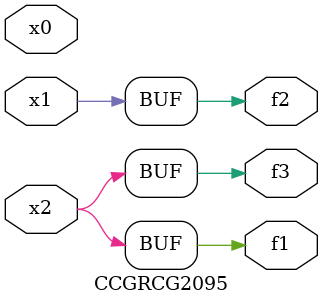
<source format=v>
module CCGRCG2095(
	input x0, x1, x2,
	output f1, f2, f3
);
	assign f1 = x2;
	assign f2 = x1;
	assign f3 = x2;
endmodule

</source>
